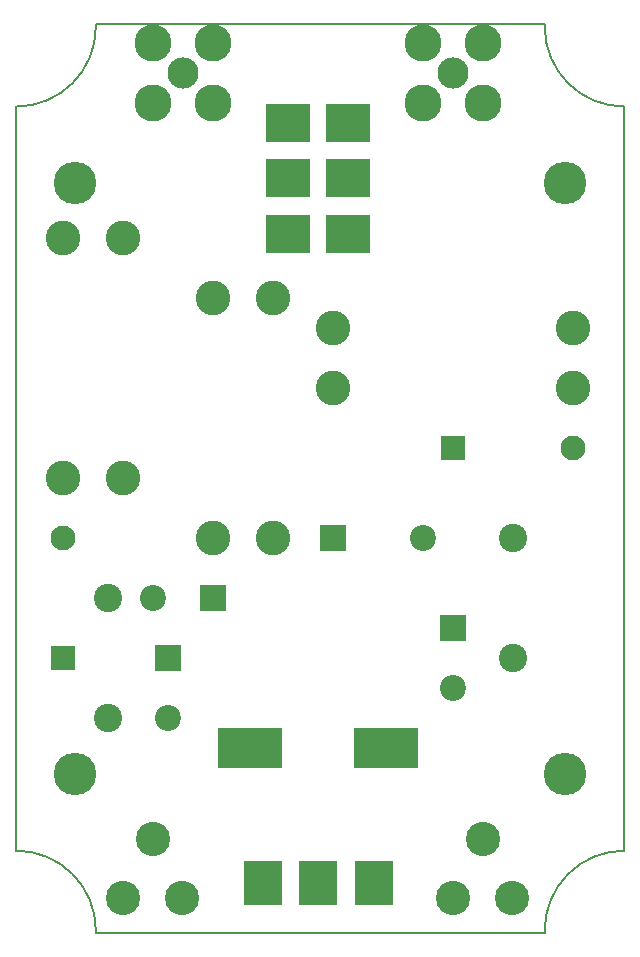
<source format=gbr>
G04 #@! TF.FileFunction,Soldermask,Top*
%FSLAX46Y46*%
G04 Gerber Fmt 4.6, Leading zero omitted, Abs format (unit mm)*
G04 Created by KiCad (PCBNEW 4.0.4-stable) date 09/05/16 00:54:51*
%MOMM*%
%LPD*%
G01*
G04 APERTURE LIST*
%ADD10C,0.100000*%
%ADD11C,0.150000*%
%ADD12R,5.400000X3.400000*%
%ADD13C,3.600000*%
%ADD14C,2.400000*%
%ADD15C,2.398980*%
%ADD16C,2.899360*%
%ADD17C,3.140000*%
%ADD18C,2.640000*%
%ADD19R,3.200000X3.800000*%
%ADD20R,3.800000X3.200000*%
%ADD21R,2.200000X2.200000*%
%ADD22C,2.200000*%
%ADD23C,2.099260*%
%ADD24R,2.099260X2.099260*%
%ADD25C,2.940000*%
G04 APERTURE END LIST*
D10*
D11*
X124700000Y-65660000D02*
X124700000Y-65910000D01*
X162700000Y-65660000D02*
X124700000Y-65660000D01*
X162700000Y-65910000D02*
X162700000Y-65660000D01*
X162700000Y-142660000D02*
X162700000Y-142410000D01*
X124700000Y-142660000D02*
X162700000Y-142660000D01*
X124700000Y-142410000D02*
X124700000Y-142660000D01*
X117950000Y-72660000D02*
X117950000Y-135660000D01*
X169450000Y-135660000D02*
X169450000Y-72660000D01*
X169450000Y-135660000D02*
G75*
G03X162700000Y-142410000I0J-6750000D01*
G01*
X124700000Y-142410000D02*
G75*
G03X117950000Y-135660000I-6750000J0D01*
G01*
X117950000Y-72660000D02*
G75*
G03X124700000Y-65910000I0J6750000D01*
G01*
X162700000Y-65910000D02*
G75*
G03X169450000Y-72660000I6750000J0D01*
G01*
D12*
X137760000Y-127000000D03*
X149260000Y-127000000D03*
D13*
X164450000Y-79160000D03*
X122950000Y-79160000D03*
X122950000Y-129160000D03*
D14*
X125730000Y-114300000D03*
X125730000Y-124460000D03*
D15*
X160020000Y-109220000D03*
X160020000Y-119380000D03*
D16*
X157439360Y-134660640D03*
X159938720Y-139700000D03*
X154940000Y-139700000D03*
X129499360Y-134660640D03*
X131998720Y-139700000D03*
X127000000Y-139700000D03*
D17*
X129540000Y-67310000D03*
X129540000Y-72390000D03*
X134620000Y-72390000D03*
X134620000Y-67310000D03*
D18*
X132080000Y-69850000D03*
D13*
X164450000Y-129160000D03*
D17*
X152400000Y-67310000D03*
X152400000Y-72390000D03*
X157480000Y-72390000D03*
X157480000Y-67310000D03*
D18*
X154940000Y-69850000D03*
D19*
X148210000Y-138430000D03*
X143510000Y-138430000D03*
X138810000Y-138430000D03*
D20*
X140970000Y-74040000D03*
X140970000Y-78740000D03*
X140970000Y-83440000D03*
X146050000Y-74040000D03*
X146050000Y-78740000D03*
X146050000Y-83440000D03*
D21*
X134620000Y-114300000D03*
D22*
X129540000Y-114300000D03*
D21*
X130810000Y-119380000D03*
D22*
X130810000Y-124460000D03*
D21*
X144780000Y-109220000D03*
D22*
X152400000Y-109220000D03*
D21*
X154940000Y-116840000D03*
D22*
X154940000Y-121920000D03*
D23*
X121917460Y-109219480D03*
D24*
X121917460Y-119379480D03*
D23*
X165100520Y-101597460D03*
D24*
X154940520Y-101597460D03*
D25*
X134620000Y-88900000D03*
X134620000Y-109220000D03*
X127000000Y-104140000D03*
X127000000Y-83820000D03*
X139700000Y-88900000D03*
X139700000Y-109220000D03*
X121920000Y-104140000D03*
X121920000Y-83820000D03*
X165100000Y-96520000D03*
X144780000Y-96520000D03*
X165100000Y-91440000D03*
X144780000Y-91440000D03*
M02*

</source>
